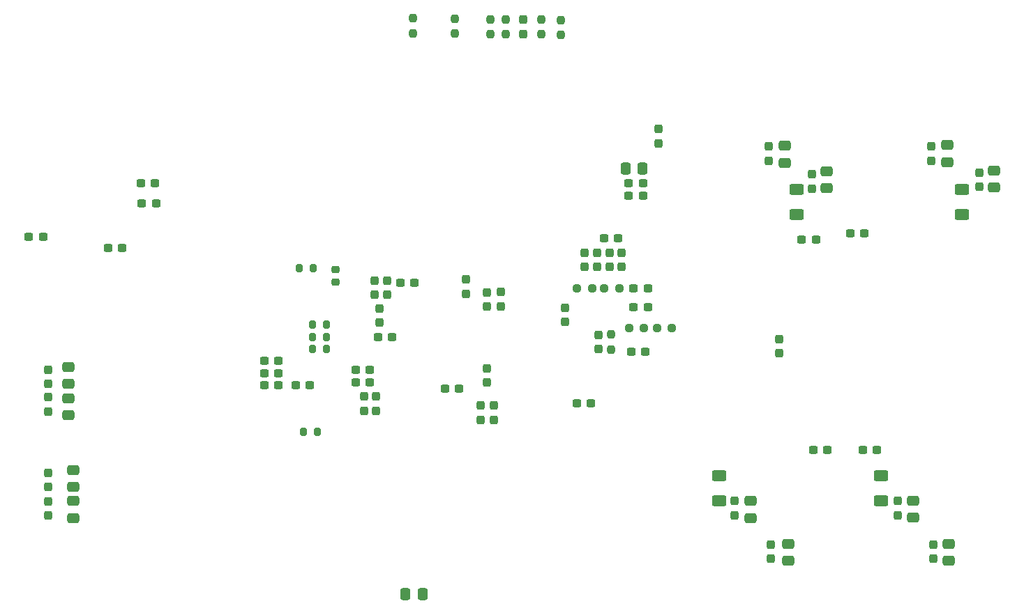
<source format=gbr>
%TF.GenerationSoftware,KiCad,Pcbnew,8.0.1*%
%TF.CreationDate,2024-10-23T11:49:59+02:00*%
%TF.ProjectId,ultrasonic_V3_HW,756c7472-6173-46f6-9e69-635f56335f48,rev?*%
%TF.SameCoordinates,Original*%
%TF.FileFunction,Paste,Bot*%
%TF.FilePolarity,Positive*%
%FSLAX46Y46*%
G04 Gerber Fmt 4.6, Leading zero omitted, Abs format (unit mm)*
G04 Created by KiCad (PCBNEW 8.0.1) date 2024-10-23 11:49:59*
%MOMM*%
%LPD*%
G01*
G04 APERTURE LIST*
G04 Aperture macros list*
%AMRoundRect*
0 Rectangle with rounded corners*
0 $1 Rounding radius*
0 $2 $3 $4 $5 $6 $7 $8 $9 X,Y pos of 4 corners*
0 Add a 4 corners polygon primitive as box body*
4,1,4,$2,$3,$4,$5,$6,$7,$8,$9,$2,$3,0*
0 Add four circle primitives for the rounded corners*
1,1,$1+$1,$2,$3*
1,1,$1+$1,$4,$5*
1,1,$1+$1,$6,$7*
1,1,$1+$1,$8,$9*
0 Add four rect primitives between the rounded corners*
20,1,$1+$1,$2,$3,$4,$5,0*
20,1,$1+$1,$4,$5,$6,$7,0*
20,1,$1+$1,$6,$7,$8,$9,0*
20,1,$1+$1,$8,$9,$2,$3,0*%
G04 Aperture macros list end*
%ADD10RoundRect,0.200000X-0.200000X-0.275000X0.200000X-0.275000X0.200000X0.275000X-0.200000X0.275000X0*%
%ADD11RoundRect,0.237500X-0.300000X-0.237500X0.300000X-0.237500X0.300000X0.237500X-0.300000X0.237500X0*%
%ADD12RoundRect,0.250000X-0.475000X0.337500X-0.475000X-0.337500X0.475000X-0.337500X0.475000X0.337500X0*%
%ADD13RoundRect,0.250000X-0.625000X0.400000X-0.625000X-0.400000X0.625000X-0.400000X0.625000X0.400000X0*%
%ADD14RoundRect,0.237500X0.300000X0.237500X-0.300000X0.237500X-0.300000X-0.237500X0.300000X-0.237500X0*%
%ADD15RoundRect,0.237500X-0.237500X0.300000X-0.237500X-0.300000X0.237500X-0.300000X0.237500X0.300000X0*%
%ADD16RoundRect,0.250000X0.337500X0.475000X-0.337500X0.475000X-0.337500X-0.475000X0.337500X-0.475000X0*%
%ADD17RoundRect,0.237500X0.250000X0.237500X-0.250000X0.237500X-0.250000X-0.237500X0.250000X-0.237500X0*%
%ADD18RoundRect,0.237500X0.237500X-0.300000X0.237500X0.300000X-0.237500X0.300000X-0.237500X-0.300000X0*%
%ADD19RoundRect,0.250000X-0.337500X-0.475000X0.337500X-0.475000X0.337500X0.475000X-0.337500X0.475000X0*%
%ADD20RoundRect,0.250000X0.475000X-0.337500X0.475000X0.337500X-0.475000X0.337500X-0.475000X-0.337500X0*%
%ADD21RoundRect,0.237500X-0.250000X-0.237500X0.250000X-0.237500X0.250000X0.237500X-0.250000X0.237500X0*%
%ADD22RoundRect,0.250000X0.625000X-0.400000X0.625000X0.400000X-0.625000X0.400000X-0.625000X-0.400000X0*%
%ADD23RoundRect,0.225000X0.250000X-0.225000X0.250000X0.225000X-0.250000X0.225000X-0.250000X-0.225000X0*%
%ADD24RoundRect,0.237500X0.237500X-0.250000X0.237500X0.250000X-0.237500X0.250000X-0.237500X-0.250000X0*%
%ADD25RoundRect,0.200000X0.200000X0.275000X-0.200000X0.275000X-0.200000X-0.275000X0.200000X-0.275000X0*%
G04 APERTURE END LIST*
D10*
%TO.C,R85*%
X126075000Y-95000000D03*
X127725000Y-95000000D03*
%TD*%
%TO.C,R84*%
X126075000Y-93500000D03*
X127725000Y-93500000D03*
%TD*%
%TO.C,R83*%
X126075000Y-92000000D03*
X127725000Y-92000000D03*
%TD*%
D11*
%TO.C,C88*%
X105237500Y-74800000D03*
X106962500Y-74800000D03*
%TD*%
D12*
%TO.C,C31*%
X97000000Y-113462500D03*
X97000000Y-115537500D03*
%TD*%
D13*
%TO.C,R1*%
X195100000Y-110350000D03*
X195100000Y-113450000D03*
%TD*%
D14*
%TO.C,C36*%
X121962500Y-96400000D03*
X120237500Y-96400000D03*
%TD*%
%TO.C,C79*%
X93362500Y-81300000D03*
X91637500Y-81300000D03*
%TD*%
D15*
%TO.C,C23*%
X159100000Y-83237500D03*
X159100000Y-84962500D03*
%TD*%
D16*
%TO.C,C60*%
X139425000Y-124800000D03*
X137350000Y-124800000D03*
%TD*%
D17*
%TO.C,R24*%
X160012500Y-87600000D03*
X158187500Y-87600000D03*
%TD*%
D15*
%TO.C,R60*%
X151600000Y-54937500D03*
X151600000Y-56662500D03*
%TD*%
%TO.C,C14*%
X182700000Y-93737500D03*
X182700000Y-95462500D03*
%TD*%
D18*
%TO.C,C86*%
X186700000Y-75462500D03*
X186700000Y-73737500D03*
%TD*%
%TO.C,C30*%
X94000000Y-115225000D03*
X94000000Y-113500000D03*
%TD*%
%TO.C,C40*%
X148900000Y-89762500D03*
X148900000Y-88037500D03*
%TD*%
D11*
%TO.C,C81*%
X191337500Y-80900000D03*
X193062500Y-80900000D03*
%TD*%
%TO.C,C9*%
X164750000Y-95300000D03*
X166475000Y-95300000D03*
%TD*%
D19*
%TO.C,C53*%
X164062500Y-73000000D03*
X166137500Y-73000000D03*
%TD*%
D20*
%TO.C,C32*%
X97000000Y-111737500D03*
X97000000Y-109662500D03*
%TD*%
D21*
%TO.C,R15*%
X161487500Y-87600000D03*
X163312500Y-87600000D03*
%TD*%
D15*
%TO.C,C72*%
X201400000Y-118737500D03*
X201400000Y-120462500D03*
%TD*%
%TO.C,C33*%
X94000000Y-110000000D03*
X94000000Y-111725000D03*
%TD*%
D12*
%TO.C,C65*%
X208800000Y-73262500D03*
X208800000Y-75337500D03*
%TD*%
%TO.C,C28*%
X96400000Y-100962500D03*
X96400000Y-103037500D03*
%TD*%
D14*
%TO.C,C19*%
X166762500Y-89900000D03*
X165037500Y-89900000D03*
%TD*%
D18*
%TO.C,C39*%
X133600000Y-88362500D03*
X133600000Y-86637500D03*
%TD*%
D13*
%TO.C,R10*%
X175400000Y-110350000D03*
X175400000Y-113450000D03*
%TD*%
D20*
%TO.C,C71*%
X183800000Y-120737500D03*
X183800000Y-118662500D03*
%TD*%
D14*
%TO.C,C52*%
X133025000Y-99000000D03*
X131300000Y-99000000D03*
%TD*%
%TO.C,C34*%
X121962500Y-97900000D03*
X120237500Y-97900000D03*
%TD*%
D18*
%TO.C,C37*%
X135100000Y-88362500D03*
X135100000Y-86637500D03*
%TD*%
D12*
%TO.C,C64*%
X188500000Y-73362500D03*
X188500000Y-75437500D03*
%TD*%
D21*
%TO.C,R21*%
X167887500Y-92400000D03*
X169712500Y-92400000D03*
%TD*%
D18*
%TO.C,C66*%
X207000000Y-75262500D03*
X207000000Y-73537500D03*
%TD*%
D21*
%TO.C,R19*%
X164487500Y-92400000D03*
X166312500Y-92400000D03*
%TD*%
D20*
%TO.C,C77*%
X203100000Y-72237500D03*
X203100000Y-70162500D03*
%TD*%
D15*
%TO.C,C38*%
X146500000Y-101837500D03*
X146500000Y-103562500D03*
%TD*%
D11*
%TO.C,C89*%
X105337500Y-77300000D03*
X107062500Y-77300000D03*
%TD*%
D15*
%TO.C,C42*%
X147200000Y-97337500D03*
X147200000Y-99062500D03*
%TD*%
D20*
%TO.C,C73*%
X203300000Y-120737500D03*
X203300000Y-118662500D03*
%TD*%
D11*
%TO.C,C83*%
X185437500Y-81700000D03*
X187162500Y-81700000D03*
%TD*%
D22*
%TO.C,R2*%
X204900000Y-78650000D03*
X204900000Y-75550000D03*
%TD*%
D14*
%TO.C,C54*%
X166162500Y-76300000D03*
X164437500Y-76300000D03*
%TD*%
D15*
%TO.C,C85*%
X168100000Y-68237500D03*
X168100000Y-69962500D03*
%TD*%
D23*
%TO.C,C4*%
X128900000Y-86875000D03*
X128900000Y-85325000D03*
%TD*%
D15*
%TO.C,C43*%
X133800000Y-100737500D03*
X133800000Y-102462500D03*
%TD*%
D14*
%TO.C,C51*%
X135762500Y-93500000D03*
X134037500Y-93500000D03*
%TD*%
D24*
%TO.C,R80*%
X138300000Y-56612500D03*
X138300000Y-54787500D03*
%TD*%
D22*
%TO.C,R9*%
X184800000Y-78650000D03*
X184800000Y-75550000D03*
%TD*%
D14*
%TO.C,C84*%
X188562500Y-107200000D03*
X186837500Y-107200000D03*
%TD*%
D15*
%TO.C,C46*%
X148100000Y-101837500D03*
X148100000Y-103562500D03*
%TD*%
D18*
%TO.C,C7*%
X160800000Y-94962500D03*
X160800000Y-93237500D03*
%TD*%
D14*
%TO.C,C82*%
X194562500Y-107200000D03*
X192837500Y-107200000D03*
%TD*%
%TO.C,C49*%
X133025000Y-97500000D03*
X131300000Y-97500000D03*
%TD*%
D18*
%TO.C,C29*%
X94000000Y-102562500D03*
X94000000Y-100837500D03*
%TD*%
%TO.C,C41*%
X147200000Y-89800000D03*
X147200000Y-88075000D03*
%TD*%
D14*
%TO.C,C25*%
X163162500Y-81500000D03*
X161437500Y-81500000D03*
%TD*%
D24*
%TO.C,R77*%
X149500000Y-56712500D03*
X149500000Y-54887500D03*
%TD*%
D20*
%TO.C,C69*%
X199000000Y-115487499D03*
X199000000Y-113412499D03*
%TD*%
D10*
%TO.C,R66*%
X124975000Y-105000000D03*
X126625000Y-105000000D03*
%TD*%
D25*
%TO.C,R61*%
X126125000Y-85100000D03*
X124475000Y-85100000D03*
%TD*%
D14*
%TO.C,C18*%
X166762500Y-87600000D03*
X165037500Y-87600000D03*
%TD*%
D24*
%TO.C,R22*%
X162300000Y-95012500D03*
X162300000Y-93187500D03*
%TD*%
D15*
%TO.C,C67*%
X197100000Y-113437500D03*
X197100000Y-115162500D03*
%TD*%
%TO.C,C27*%
X94000000Y-97462500D03*
X94000000Y-99187500D03*
%TD*%
D24*
%TO.C,R81*%
X143300000Y-56625000D03*
X143300000Y-54800000D03*
%TD*%
D15*
%TO.C,C87*%
X177300000Y-113437500D03*
X177300000Y-115162500D03*
%TD*%
D14*
%TO.C,C80*%
X102962500Y-82700000D03*
X101237500Y-82700000D03*
%TD*%
D18*
%TO.C,C44*%
X144700000Y-88262500D03*
X144700000Y-86537500D03*
%TD*%
D24*
%TO.C,R79*%
X156200000Y-56812500D03*
X156200000Y-54987500D03*
%TD*%
D15*
%TO.C,C74*%
X181400000Y-70337500D03*
X181400000Y-72062500D03*
%TD*%
D18*
%TO.C,C50*%
X134200000Y-91762500D03*
X134200000Y-90037500D03*
%TD*%
D15*
%TO.C,C70*%
X181700000Y-118737500D03*
X181700000Y-120462500D03*
%TD*%
D14*
%TO.C,C47*%
X138462500Y-86900000D03*
X136737500Y-86900000D03*
%TD*%
D20*
%TO.C,C68*%
X179200000Y-115537500D03*
X179200000Y-113462500D03*
%TD*%
D15*
%TO.C,C21*%
X162100000Y-83237500D03*
X162100000Y-84962500D03*
%TD*%
%TO.C,C22*%
X160600000Y-83237500D03*
X160600000Y-84962500D03*
%TD*%
D11*
%TO.C,C45*%
X142137500Y-99800000D03*
X143862500Y-99800000D03*
%TD*%
D20*
%TO.C,C75*%
X183400000Y-72337500D03*
X183400000Y-70262500D03*
%TD*%
D15*
%TO.C,C76*%
X201200000Y-70337500D03*
X201200000Y-72062500D03*
%TD*%
D14*
%TO.C,C3*%
X125762500Y-99400000D03*
X124037500Y-99400000D03*
%TD*%
D18*
%TO.C,C13*%
X156700000Y-91662500D03*
X156700000Y-89937500D03*
%TD*%
D11*
%TO.C,C78*%
X158137500Y-101600000D03*
X159862500Y-101600000D03*
%TD*%
D15*
%TO.C,C20*%
X163600000Y-83237500D03*
X163600000Y-84962500D03*
%TD*%
D20*
%TO.C,C26*%
X96400000Y-99237500D03*
X96400000Y-97162500D03*
%TD*%
D14*
%TO.C,C55*%
X166162500Y-74800000D03*
X164437500Y-74800000D03*
%TD*%
%TO.C,C35*%
X121962500Y-99400000D03*
X120237500Y-99400000D03*
%TD*%
D24*
%TO.C,R78*%
X153800000Y-56712500D03*
X153800000Y-54887500D03*
%TD*%
%TO.C,R76*%
X147700000Y-56712500D03*
X147700000Y-54887500D03*
%TD*%
D15*
%TO.C,C48*%
X132300000Y-100737500D03*
X132300000Y-102462500D03*
%TD*%
M02*

</source>
